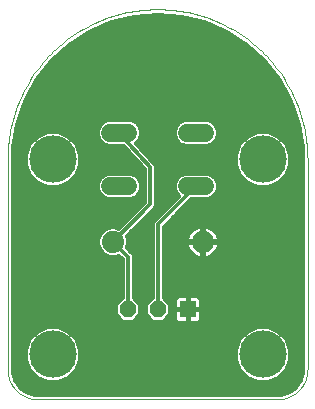
<source format=gbl>
G75*
%MOIN*%
%OFA0B0*%
%FSLAX25Y25*%
%IPPOS*%
%LPD*%
%AMOC8*
5,1,8,0,0,1.08239X$1,22.5*
%
%ADD10C,0.06000*%
%ADD11OC8,0.05600*%
%ADD12R,0.05600X0.05600*%
%ADD13C,0.00000*%
%ADD14C,0.15811*%
%ADD15C,0.07400*%
%ADD16C,0.01200*%
%ADD17C,0.01600*%
D10*
X0041000Y0095106D02*
X0047000Y0095106D01*
X0047000Y0112906D02*
X0041000Y0112906D01*
X0066600Y0112906D02*
X0072600Y0112906D01*
X0072600Y0095106D02*
X0066600Y0095106D01*
D11*
X0056800Y0054006D03*
X0046800Y0054006D03*
D12*
X0066800Y0054006D03*
D13*
X0096800Y0024006D02*
X0016800Y0024006D01*
X0016558Y0024009D01*
X0016317Y0024018D01*
X0016076Y0024032D01*
X0015835Y0024053D01*
X0015595Y0024079D01*
X0015355Y0024111D01*
X0015116Y0024149D01*
X0014879Y0024192D01*
X0014642Y0024242D01*
X0014407Y0024297D01*
X0014173Y0024357D01*
X0013941Y0024424D01*
X0013710Y0024495D01*
X0013481Y0024573D01*
X0013254Y0024656D01*
X0013029Y0024744D01*
X0012806Y0024838D01*
X0012586Y0024937D01*
X0012368Y0025042D01*
X0012153Y0025151D01*
X0011940Y0025266D01*
X0011730Y0025386D01*
X0011524Y0025511D01*
X0011320Y0025641D01*
X0011119Y0025776D01*
X0010922Y0025916D01*
X0010728Y0026060D01*
X0010538Y0026209D01*
X0010352Y0026363D01*
X0010169Y0026521D01*
X0009990Y0026683D01*
X0009815Y0026850D01*
X0009644Y0027021D01*
X0009477Y0027196D01*
X0009315Y0027375D01*
X0009157Y0027558D01*
X0009003Y0027744D01*
X0008854Y0027934D01*
X0008710Y0028128D01*
X0008570Y0028325D01*
X0008435Y0028526D01*
X0008305Y0028730D01*
X0008180Y0028936D01*
X0008060Y0029146D01*
X0007945Y0029359D01*
X0007836Y0029574D01*
X0007731Y0029792D01*
X0007632Y0030012D01*
X0007538Y0030235D01*
X0007450Y0030460D01*
X0007367Y0030687D01*
X0007289Y0030916D01*
X0007218Y0031147D01*
X0007151Y0031379D01*
X0007091Y0031613D01*
X0007036Y0031848D01*
X0006986Y0032085D01*
X0006943Y0032322D01*
X0006905Y0032561D01*
X0006873Y0032801D01*
X0006847Y0033041D01*
X0006826Y0033282D01*
X0006812Y0033523D01*
X0006803Y0033764D01*
X0006800Y0034006D01*
X0006800Y0104006D01*
X0006815Y0105224D01*
X0006859Y0106440D01*
X0006933Y0107656D01*
X0007037Y0108869D01*
X0007170Y0110079D01*
X0007333Y0111286D01*
X0007525Y0112488D01*
X0007746Y0113686D01*
X0007996Y0114878D01*
X0008275Y0116063D01*
X0008583Y0117241D01*
X0008920Y0118411D01*
X0009285Y0119573D01*
X0009678Y0120725D01*
X0010099Y0121868D01*
X0010548Y0122999D01*
X0011024Y0124120D01*
X0011528Y0125229D01*
X0012058Y0126325D01*
X0012615Y0127408D01*
X0013198Y0128477D01*
X0013806Y0129531D01*
X0014441Y0130571D01*
X0015100Y0131594D01*
X0015784Y0132602D01*
X0016493Y0133592D01*
X0017225Y0134565D01*
X0017981Y0135519D01*
X0018760Y0136455D01*
X0019561Y0137372D01*
X0020385Y0138269D01*
X0021230Y0139145D01*
X0022096Y0140001D01*
X0022983Y0140836D01*
X0023890Y0141648D01*
X0024816Y0142438D01*
X0025762Y0143206D01*
X0026725Y0143950D01*
X0027707Y0144670D01*
X0028706Y0145367D01*
X0029721Y0146039D01*
X0030753Y0146686D01*
X0031800Y0147307D01*
X0032862Y0147903D01*
X0033938Y0148473D01*
X0035027Y0149017D01*
X0036130Y0149533D01*
X0037245Y0150023D01*
X0038371Y0150486D01*
X0039508Y0150921D01*
X0040656Y0151328D01*
X0041813Y0151707D01*
X0042979Y0152058D01*
X0044153Y0152380D01*
X0045335Y0152674D01*
X0046524Y0152939D01*
X0047718Y0153174D01*
X0048918Y0153381D01*
X0050123Y0153558D01*
X0051331Y0153706D01*
X0052543Y0153824D01*
X0053758Y0153913D01*
X0054974Y0153973D01*
X0056191Y0154002D01*
X0057409Y0154002D01*
X0058626Y0153973D01*
X0059842Y0153913D01*
X0061057Y0153824D01*
X0062269Y0153706D01*
X0063477Y0153558D01*
X0064682Y0153381D01*
X0065882Y0153174D01*
X0067076Y0152939D01*
X0068265Y0152674D01*
X0069447Y0152380D01*
X0070621Y0152058D01*
X0071787Y0151707D01*
X0072944Y0151328D01*
X0074092Y0150921D01*
X0075229Y0150486D01*
X0076355Y0150023D01*
X0077470Y0149533D01*
X0078573Y0149017D01*
X0079662Y0148473D01*
X0080738Y0147903D01*
X0081800Y0147307D01*
X0082847Y0146686D01*
X0083879Y0146039D01*
X0084894Y0145367D01*
X0085893Y0144670D01*
X0086875Y0143950D01*
X0087838Y0143206D01*
X0088784Y0142438D01*
X0089710Y0141648D01*
X0090617Y0140836D01*
X0091504Y0140001D01*
X0092370Y0139145D01*
X0093215Y0138269D01*
X0094039Y0137372D01*
X0094840Y0136455D01*
X0095619Y0135519D01*
X0096375Y0134565D01*
X0097107Y0133592D01*
X0097816Y0132602D01*
X0098500Y0131594D01*
X0099159Y0130571D01*
X0099794Y0129531D01*
X0100402Y0128477D01*
X0100985Y0127408D01*
X0101542Y0126325D01*
X0102072Y0125229D01*
X0102576Y0124120D01*
X0103052Y0122999D01*
X0103501Y0121868D01*
X0103922Y0120725D01*
X0104315Y0119573D01*
X0104680Y0118411D01*
X0105017Y0117241D01*
X0105325Y0116063D01*
X0105604Y0114878D01*
X0105854Y0113686D01*
X0106075Y0112488D01*
X0106267Y0111286D01*
X0106430Y0110079D01*
X0106563Y0108869D01*
X0106667Y0107656D01*
X0106741Y0106440D01*
X0106785Y0105224D01*
X0106800Y0104006D01*
X0106800Y0034006D01*
X0106797Y0033764D01*
X0106788Y0033523D01*
X0106774Y0033282D01*
X0106753Y0033041D01*
X0106727Y0032801D01*
X0106695Y0032561D01*
X0106657Y0032322D01*
X0106614Y0032085D01*
X0106564Y0031848D01*
X0106509Y0031613D01*
X0106449Y0031379D01*
X0106382Y0031147D01*
X0106311Y0030916D01*
X0106233Y0030687D01*
X0106150Y0030460D01*
X0106062Y0030235D01*
X0105968Y0030012D01*
X0105869Y0029792D01*
X0105764Y0029574D01*
X0105655Y0029359D01*
X0105540Y0029146D01*
X0105420Y0028936D01*
X0105295Y0028730D01*
X0105165Y0028526D01*
X0105030Y0028325D01*
X0104890Y0028128D01*
X0104746Y0027934D01*
X0104597Y0027744D01*
X0104443Y0027558D01*
X0104285Y0027375D01*
X0104123Y0027196D01*
X0103956Y0027021D01*
X0103785Y0026850D01*
X0103610Y0026683D01*
X0103431Y0026521D01*
X0103248Y0026363D01*
X0103062Y0026209D01*
X0102872Y0026060D01*
X0102678Y0025916D01*
X0102481Y0025776D01*
X0102280Y0025641D01*
X0102076Y0025511D01*
X0101870Y0025386D01*
X0101660Y0025266D01*
X0101447Y0025151D01*
X0101232Y0025042D01*
X0101014Y0024937D01*
X0100794Y0024838D01*
X0100571Y0024744D01*
X0100346Y0024656D01*
X0100119Y0024573D01*
X0099890Y0024495D01*
X0099659Y0024424D01*
X0099427Y0024357D01*
X0099193Y0024297D01*
X0098958Y0024242D01*
X0098721Y0024192D01*
X0098484Y0024149D01*
X0098245Y0024111D01*
X0098005Y0024079D01*
X0097765Y0024053D01*
X0097524Y0024032D01*
X0097283Y0024018D01*
X0097042Y0024009D01*
X0096800Y0024006D01*
D14*
X0091800Y0039006D03*
X0091800Y0104006D03*
X0021800Y0104006D03*
X0021800Y0039006D03*
D15*
X0041800Y0076506D03*
X0071800Y0076506D03*
D16*
X0056800Y0082306D02*
X0069600Y0095106D01*
X0056800Y0082306D02*
X0056800Y0054006D01*
X0046800Y0054006D02*
X0046800Y0071506D01*
X0041800Y0076506D01*
X0054300Y0089006D01*
X0054300Y0101506D01*
X0044000Y0112906D01*
D17*
X0045280Y0108506D02*
X0040125Y0108506D01*
X0038508Y0109176D01*
X0037270Y0110413D01*
X0036600Y0112031D01*
X0036600Y0113781D01*
X0037270Y0115398D01*
X0038508Y0116636D01*
X0040125Y0117306D01*
X0047875Y0117306D01*
X0049492Y0116636D01*
X0050730Y0115398D01*
X0051400Y0113781D01*
X0051400Y0112031D01*
X0050730Y0110413D01*
X0049794Y0109477D01*
X0055750Y0102884D01*
X0056300Y0102334D01*
X0056300Y0102276D01*
X0056339Y0102232D01*
X0056300Y0101455D01*
X0056300Y0088177D01*
X0046532Y0078409D01*
X0046900Y0077520D01*
X0046900Y0075491D01*
X0046532Y0074603D01*
X0048800Y0072334D01*
X0048800Y0057946D01*
X0051000Y0055746D01*
X0051000Y0052266D01*
X0048540Y0049806D01*
X0045060Y0049806D01*
X0042600Y0052266D01*
X0042600Y0055746D01*
X0044800Y0057946D01*
X0044800Y0070677D01*
X0043703Y0071774D01*
X0042814Y0071406D01*
X0040786Y0071406D01*
X0038911Y0072182D01*
X0037476Y0073617D01*
X0036700Y0075491D01*
X0036700Y0077520D01*
X0037476Y0079395D01*
X0038911Y0080829D01*
X0040786Y0081606D01*
X0042814Y0081606D01*
X0043703Y0081238D01*
X0052300Y0089834D01*
X0052300Y0100736D01*
X0045280Y0108506D01*
X0046525Y0107128D02*
X0030579Y0107128D01*
X0031105Y0105857D02*
X0029689Y0109277D01*
X0027071Y0111895D01*
X0023651Y0113311D01*
X0019949Y0113311D01*
X0016529Y0111895D01*
X0013911Y0109277D01*
X0012494Y0105857D01*
X0012494Y0102155D01*
X0013911Y0098735D01*
X0016529Y0096117D01*
X0019949Y0094700D01*
X0023651Y0094700D01*
X0027071Y0096117D01*
X0029689Y0098735D01*
X0031105Y0102155D01*
X0031105Y0105857D01*
X0031105Y0105530D02*
X0047969Y0105530D01*
X0049413Y0103931D02*
X0031105Y0103931D01*
X0031105Y0102333D02*
X0050857Y0102333D01*
X0052300Y0100734D02*
X0030517Y0100734D01*
X0029855Y0099136D02*
X0039232Y0099136D01*
X0038508Y0098836D02*
X0037270Y0097598D01*
X0036600Y0095981D01*
X0036600Y0094231D01*
X0037270Y0092613D01*
X0038508Y0091376D01*
X0040125Y0090706D01*
X0047875Y0090706D01*
X0049492Y0091376D01*
X0050730Y0092613D01*
X0051400Y0094231D01*
X0051400Y0095981D01*
X0050730Y0097598D01*
X0049492Y0098836D01*
X0047875Y0099506D01*
X0040125Y0099506D01*
X0038508Y0098836D01*
X0037245Y0097537D02*
X0028491Y0097537D01*
X0026641Y0095939D02*
X0036600Y0095939D01*
X0036600Y0094340D02*
X0008600Y0094340D01*
X0008600Y0092742D02*
X0037217Y0092742D01*
X0039069Y0091143D02*
X0008600Y0091143D01*
X0008600Y0089545D02*
X0052011Y0089545D01*
X0052300Y0091143D02*
X0048931Y0091143D01*
X0050783Y0092742D02*
X0052300Y0092742D01*
X0052300Y0094340D02*
X0051400Y0094340D01*
X0051400Y0095939D02*
X0052300Y0095939D01*
X0052300Y0097537D02*
X0050755Y0097537D01*
X0052300Y0099136D02*
X0048768Y0099136D01*
X0053360Y0105530D02*
X0082494Y0105530D01*
X0082494Y0105857D02*
X0082494Y0102155D01*
X0083911Y0098735D01*
X0086529Y0096117D01*
X0089949Y0094700D01*
X0093651Y0094700D01*
X0097071Y0096117D01*
X0099689Y0098735D01*
X0101105Y0102155D01*
X0101105Y0105857D01*
X0099689Y0109277D01*
X0097071Y0111895D01*
X0093651Y0113311D01*
X0089949Y0113311D01*
X0086529Y0111895D01*
X0083911Y0109277D01*
X0082494Y0105857D01*
X0083021Y0107128D02*
X0051915Y0107128D01*
X0050471Y0108727D02*
X0065191Y0108727D01*
X0065725Y0108506D02*
X0064108Y0109176D01*
X0062870Y0110413D01*
X0062200Y0112031D01*
X0062200Y0113781D01*
X0062870Y0115398D01*
X0064108Y0116636D01*
X0065725Y0117306D01*
X0073475Y0117306D01*
X0075092Y0116636D01*
X0076330Y0115398D01*
X0077000Y0113781D01*
X0077000Y0112031D01*
X0076330Y0110413D01*
X0075092Y0109176D01*
X0073475Y0108506D01*
X0065725Y0108506D01*
X0062958Y0110326D02*
X0050642Y0110326D01*
X0051356Y0111924D02*
X0062244Y0111924D01*
X0062200Y0113523D02*
X0051400Y0113523D01*
X0050845Y0115121D02*
X0062755Y0115121D01*
X0064309Y0116720D02*
X0049291Y0116720D01*
X0054804Y0103931D02*
X0082494Y0103931D01*
X0082494Y0102333D02*
X0056300Y0102333D01*
X0056300Y0100734D02*
X0083083Y0100734D01*
X0083745Y0099136D02*
X0074368Y0099136D01*
X0075092Y0098836D02*
X0073475Y0099506D01*
X0065725Y0099506D01*
X0064108Y0098836D01*
X0062870Y0097598D01*
X0062200Y0095981D01*
X0062200Y0094231D01*
X0062870Y0092613D01*
X0063575Y0091909D01*
X0054800Y0083134D01*
X0054800Y0057946D01*
X0052600Y0055746D01*
X0052600Y0052266D01*
X0055060Y0049806D01*
X0058540Y0049806D01*
X0061000Y0052266D01*
X0061000Y0055746D01*
X0058800Y0057946D01*
X0058800Y0081477D01*
X0068028Y0090706D01*
X0073475Y0090706D01*
X0075092Y0091376D01*
X0076330Y0092613D01*
X0077000Y0094231D01*
X0077000Y0095981D01*
X0076330Y0097598D01*
X0075092Y0098836D01*
X0076355Y0097537D02*
X0085109Y0097537D01*
X0086959Y0095939D02*
X0077000Y0095939D01*
X0077000Y0094340D02*
X0105000Y0094340D01*
X0105000Y0092742D02*
X0076383Y0092742D01*
X0074531Y0091143D02*
X0105000Y0091143D01*
X0105000Y0089545D02*
X0066867Y0089545D01*
X0065269Y0087946D02*
X0105000Y0087946D01*
X0105000Y0086348D02*
X0063670Y0086348D01*
X0062072Y0084749D02*
X0105000Y0084749D01*
X0105000Y0083151D02*
X0060473Y0083151D01*
X0058875Y0081552D02*
X0069589Y0081552D01*
X0069689Y0081603D02*
X0068917Y0081210D01*
X0068217Y0080701D01*
X0067605Y0080089D01*
X0067096Y0079389D01*
X0066703Y0078617D01*
X0066435Y0077794D01*
X0066300Y0076939D01*
X0066300Y0076592D01*
X0071714Y0076592D01*
X0071714Y0082006D01*
X0071367Y0082006D01*
X0070512Y0081870D01*
X0069689Y0081603D01*
X0071714Y0081552D02*
X0071886Y0081552D01*
X0071886Y0082006D02*
X0072233Y0082006D01*
X0073088Y0081870D01*
X0073911Y0081603D01*
X0074683Y0081210D01*
X0075383Y0080701D01*
X0075995Y0080089D01*
X0076504Y0079389D01*
X0076897Y0078617D01*
X0077165Y0077794D01*
X0077300Y0076939D01*
X0077300Y0076592D01*
X0071886Y0076592D01*
X0071714Y0076592D01*
X0071714Y0076420D01*
X0066300Y0076420D01*
X0066300Y0076073D01*
X0066435Y0075218D01*
X0066703Y0074395D01*
X0067096Y0073623D01*
X0067605Y0072923D01*
X0068217Y0072311D01*
X0068917Y0071802D01*
X0069689Y0071409D01*
X0070512Y0071141D01*
X0071367Y0071006D01*
X0071714Y0071006D01*
X0071714Y0076420D01*
X0071886Y0076420D01*
X0071886Y0076592D01*
X0071886Y0082006D01*
X0071886Y0079954D02*
X0071714Y0079954D01*
X0071714Y0078355D02*
X0071886Y0078355D01*
X0071886Y0076757D02*
X0071714Y0076757D01*
X0071886Y0076420D02*
X0077300Y0076420D01*
X0077300Y0076073D01*
X0077165Y0075218D01*
X0076897Y0074395D01*
X0076504Y0073623D01*
X0075995Y0072923D01*
X0075383Y0072311D01*
X0074683Y0071802D01*
X0073911Y0071409D01*
X0073088Y0071141D01*
X0072233Y0071006D01*
X0071886Y0071006D01*
X0071886Y0076420D01*
X0071886Y0075158D02*
X0071714Y0075158D01*
X0071714Y0073560D02*
X0071886Y0073560D01*
X0071886Y0071961D02*
X0071714Y0071961D01*
X0074902Y0071961D02*
X0105000Y0071961D01*
X0105000Y0070363D02*
X0058800Y0070363D01*
X0058800Y0071961D02*
X0068698Y0071961D01*
X0067142Y0073560D02*
X0058800Y0073560D01*
X0058800Y0075158D02*
X0066455Y0075158D01*
X0066300Y0076757D02*
X0058800Y0076757D01*
X0058800Y0078355D02*
X0066618Y0078355D01*
X0067507Y0079954D02*
X0058800Y0079954D01*
X0054800Y0079954D02*
X0048076Y0079954D01*
X0049675Y0081552D02*
X0054800Y0081552D01*
X0054816Y0083151D02*
X0051273Y0083151D01*
X0052872Y0084749D02*
X0056415Y0084749D01*
X0058014Y0086348D02*
X0054470Y0086348D01*
X0056069Y0087946D02*
X0059612Y0087946D01*
X0061211Y0089545D02*
X0056300Y0089545D01*
X0056300Y0091143D02*
X0062809Y0091143D01*
X0062817Y0092742D02*
X0056300Y0092742D01*
X0056300Y0094340D02*
X0062200Y0094340D01*
X0062200Y0095939D02*
X0056300Y0095939D01*
X0056300Y0097537D02*
X0062845Y0097537D01*
X0064832Y0099136D02*
X0056300Y0099136D01*
X0050412Y0087946D02*
X0008600Y0087946D01*
X0008600Y0086348D02*
X0048814Y0086348D01*
X0047215Y0084749D02*
X0008600Y0084749D01*
X0008600Y0083151D02*
X0045617Y0083151D01*
X0044018Y0081552D02*
X0042944Y0081552D01*
X0040656Y0081552D02*
X0008600Y0081552D01*
X0008600Y0079954D02*
X0038035Y0079954D01*
X0037046Y0078355D02*
X0008600Y0078355D01*
X0008600Y0076757D02*
X0036700Y0076757D01*
X0036838Y0075158D02*
X0008600Y0075158D01*
X0008600Y0073560D02*
X0037534Y0073560D01*
X0039445Y0071961D02*
X0008600Y0071961D01*
X0008600Y0070363D02*
X0044800Y0070363D01*
X0044800Y0068764D02*
X0008600Y0068764D01*
X0008600Y0067166D02*
X0044800Y0067166D01*
X0044800Y0065567D02*
X0008600Y0065567D01*
X0008600Y0063969D02*
X0044800Y0063969D01*
X0044800Y0062370D02*
X0008600Y0062370D01*
X0008600Y0060772D02*
X0044800Y0060772D01*
X0044800Y0059173D02*
X0008600Y0059173D01*
X0008600Y0057575D02*
X0044429Y0057575D01*
X0042831Y0055976D02*
X0008600Y0055976D01*
X0008600Y0054378D02*
X0042600Y0054378D01*
X0042600Y0052779D02*
X0008600Y0052779D01*
X0008600Y0051181D02*
X0043686Y0051181D01*
X0049914Y0051181D02*
X0053686Y0051181D01*
X0052600Y0052779D02*
X0051000Y0052779D01*
X0051000Y0054378D02*
X0052600Y0054378D01*
X0052831Y0055976D02*
X0050769Y0055976D01*
X0049171Y0057575D02*
X0054429Y0057575D01*
X0054800Y0059173D02*
X0048800Y0059173D01*
X0048800Y0060772D02*
X0054800Y0060772D01*
X0054800Y0062370D02*
X0048800Y0062370D01*
X0048800Y0063969D02*
X0054800Y0063969D01*
X0054800Y0065567D02*
X0048800Y0065567D01*
X0048800Y0067166D02*
X0054800Y0067166D01*
X0054800Y0068764D02*
X0048800Y0068764D01*
X0048800Y0070363D02*
X0054800Y0070363D01*
X0054800Y0071961D02*
X0048800Y0071961D01*
X0047575Y0073560D02*
X0054800Y0073560D01*
X0054800Y0075158D02*
X0046762Y0075158D01*
X0046900Y0076757D02*
X0054800Y0076757D01*
X0054800Y0078355D02*
X0046554Y0078355D01*
X0058800Y0068764D02*
X0105000Y0068764D01*
X0105000Y0067166D02*
X0058800Y0067166D01*
X0058800Y0065567D02*
X0105000Y0065567D01*
X0105000Y0063969D02*
X0058800Y0063969D01*
X0058800Y0062370D02*
X0105000Y0062370D01*
X0105000Y0060772D02*
X0058800Y0060772D01*
X0058800Y0059173D02*
X0105000Y0059173D01*
X0105000Y0057575D02*
X0071235Y0057575D01*
X0071277Y0057501D02*
X0071040Y0057911D01*
X0070705Y0058246D01*
X0070295Y0058483D01*
X0069837Y0058606D01*
X0066800Y0058606D01*
X0066800Y0054006D01*
X0066800Y0054006D01*
X0066800Y0058606D01*
X0063763Y0058606D01*
X0063305Y0058483D01*
X0062895Y0058246D01*
X0062560Y0057911D01*
X0062323Y0057501D01*
X0062200Y0057043D01*
X0062200Y0054006D01*
X0066800Y0054006D01*
X0071400Y0054006D01*
X0071400Y0057043D01*
X0071277Y0057501D01*
X0071400Y0055976D02*
X0105000Y0055976D01*
X0105000Y0054378D02*
X0071400Y0054378D01*
X0071400Y0054006D02*
X0066800Y0054006D01*
X0066800Y0054006D01*
X0066800Y0054006D01*
X0062200Y0054006D01*
X0062200Y0050969D01*
X0062323Y0050511D01*
X0062560Y0050101D01*
X0062895Y0049766D01*
X0063305Y0049529D01*
X0063763Y0049406D01*
X0066800Y0049406D01*
X0069837Y0049406D01*
X0070295Y0049529D01*
X0070705Y0049766D01*
X0071040Y0050101D01*
X0071277Y0050511D01*
X0071400Y0050969D01*
X0071400Y0054006D01*
X0071400Y0052779D02*
X0105000Y0052779D01*
X0105000Y0051181D02*
X0071400Y0051181D01*
X0070387Y0049582D02*
X0105000Y0049582D01*
X0105000Y0047984D02*
X0094442Y0047984D01*
X0093651Y0048311D02*
X0089949Y0048311D01*
X0086529Y0046895D01*
X0083911Y0044277D01*
X0082494Y0040857D01*
X0082494Y0037155D01*
X0083911Y0033735D01*
X0086529Y0031117D01*
X0089949Y0029700D01*
X0093651Y0029700D01*
X0097071Y0031117D01*
X0099689Y0033735D01*
X0101105Y0037155D01*
X0101105Y0040857D01*
X0099689Y0044277D01*
X0097071Y0046895D01*
X0093651Y0048311D01*
X0097581Y0046385D02*
X0105000Y0046385D01*
X0105000Y0044787D02*
X0099179Y0044787D01*
X0100140Y0043188D02*
X0105000Y0043188D01*
X0105000Y0041590D02*
X0100802Y0041590D01*
X0101105Y0039991D02*
X0105000Y0039991D01*
X0105000Y0038393D02*
X0101105Y0038393D01*
X0100956Y0036794D02*
X0105000Y0036794D01*
X0105000Y0035195D02*
X0100294Y0035195D01*
X0099551Y0033597D02*
X0104968Y0033597D01*
X0105000Y0034006D02*
X0104899Y0032723D01*
X0104106Y0030283D01*
X0102598Y0028208D01*
X0100523Y0026700D01*
X0098083Y0025907D01*
X0096800Y0025806D01*
X0016800Y0025806D01*
X0015517Y0025907D01*
X0013077Y0026700D01*
X0011002Y0028208D01*
X0009494Y0030283D01*
X0008701Y0032723D01*
X0008600Y0034006D01*
X0008600Y0104006D01*
X0008765Y0107986D01*
X0010075Y0115838D01*
X0012660Y0123368D01*
X0016449Y0130369D01*
X0021338Y0136651D01*
X0027195Y0142042D01*
X0033859Y0146397D01*
X0041149Y0149594D01*
X0048867Y0151549D01*
X0056800Y0152206D01*
X0064733Y0151549D01*
X0072451Y0149594D01*
X0079741Y0146397D01*
X0086405Y0142042D01*
X0092262Y0136651D01*
X0097151Y0130369D01*
X0100940Y0123368D01*
X0103525Y0115838D01*
X0104835Y0107986D01*
X0105000Y0104006D01*
X0105000Y0034006D01*
X0104664Y0031998D02*
X0097953Y0031998D01*
X0095340Y0030400D02*
X0104144Y0030400D01*
X0103030Y0028801D02*
X0010570Y0028801D01*
X0009456Y0030400D02*
X0018260Y0030400D01*
X0019949Y0029700D02*
X0023651Y0029700D01*
X0027071Y0031117D01*
X0029689Y0033735D01*
X0031105Y0037155D01*
X0031105Y0040857D01*
X0029689Y0044277D01*
X0027071Y0046895D01*
X0023651Y0048311D01*
X0019949Y0048311D01*
X0016529Y0046895D01*
X0013911Y0044277D01*
X0012494Y0040857D01*
X0012494Y0037155D01*
X0013911Y0033735D01*
X0016529Y0031117D01*
X0019949Y0029700D01*
X0015647Y0031998D02*
X0008936Y0031998D01*
X0008632Y0033597D02*
X0014049Y0033597D01*
X0013306Y0035195D02*
X0008600Y0035195D01*
X0008600Y0036794D02*
X0012644Y0036794D01*
X0012494Y0038393D02*
X0008600Y0038393D01*
X0008600Y0039991D02*
X0012494Y0039991D01*
X0012798Y0041590D02*
X0008600Y0041590D01*
X0008600Y0043188D02*
X0013460Y0043188D01*
X0014421Y0044787D02*
X0008600Y0044787D01*
X0008600Y0046385D02*
X0016019Y0046385D01*
X0019158Y0047984D02*
X0008600Y0047984D01*
X0008600Y0049582D02*
X0063213Y0049582D01*
X0062200Y0051181D02*
X0059914Y0051181D01*
X0061000Y0052779D02*
X0062200Y0052779D01*
X0062200Y0054378D02*
X0061000Y0054378D01*
X0060769Y0055976D02*
X0062200Y0055976D01*
X0062365Y0057575D02*
X0059171Y0057575D01*
X0066800Y0057575D02*
X0066800Y0057575D01*
X0066800Y0055976D02*
X0066800Y0055976D01*
X0066800Y0054378D02*
X0066800Y0054378D01*
X0066800Y0054006D02*
X0066800Y0049406D01*
X0066800Y0054006D01*
X0066800Y0054006D01*
X0066800Y0052779D02*
X0066800Y0052779D01*
X0066800Y0051181D02*
X0066800Y0051181D01*
X0066800Y0049582D02*
X0066800Y0049582D01*
X0082798Y0041590D02*
X0030802Y0041590D01*
X0031105Y0039991D02*
X0082494Y0039991D01*
X0082494Y0038393D02*
X0031105Y0038393D01*
X0030956Y0036794D02*
X0082644Y0036794D01*
X0083306Y0035195D02*
X0030294Y0035195D01*
X0029551Y0033597D02*
X0084049Y0033597D01*
X0085647Y0031998D02*
X0027953Y0031998D01*
X0025340Y0030400D02*
X0088260Y0030400D01*
X0083460Y0043188D02*
X0030140Y0043188D01*
X0029179Y0044787D02*
X0084421Y0044787D01*
X0086019Y0046385D02*
X0027581Y0046385D01*
X0024442Y0047984D02*
X0089158Y0047984D01*
X0101215Y0027203D02*
X0012385Y0027203D01*
X0008600Y0095939D02*
X0016959Y0095939D01*
X0015109Y0097537D02*
X0008600Y0097537D01*
X0008600Y0099136D02*
X0013745Y0099136D01*
X0013083Y0100734D02*
X0008600Y0100734D01*
X0008600Y0102333D02*
X0012494Y0102333D01*
X0012494Y0103931D02*
X0008600Y0103931D01*
X0008663Y0105530D02*
X0012494Y0105530D01*
X0013021Y0107128D02*
X0008729Y0107128D01*
X0008888Y0108727D02*
X0013683Y0108727D01*
X0014960Y0110326D02*
X0009155Y0110326D01*
X0009422Y0111924D02*
X0016600Y0111924D01*
X0010377Y0116720D02*
X0038709Y0116720D01*
X0037155Y0115121D02*
X0009955Y0115121D01*
X0009688Y0113523D02*
X0036600Y0113523D01*
X0036644Y0111924D02*
X0027000Y0111924D01*
X0028640Y0110326D02*
X0037358Y0110326D01*
X0039591Y0108727D02*
X0029917Y0108727D01*
X0015117Y0127909D02*
X0098483Y0127909D01*
X0099348Y0126311D02*
X0014252Y0126311D01*
X0013387Y0124712D02*
X0100213Y0124712D01*
X0101027Y0123114D02*
X0012573Y0123114D01*
X0012024Y0121515D02*
X0101576Y0121515D01*
X0102125Y0119917D02*
X0011475Y0119917D01*
X0010926Y0118318D02*
X0102674Y0118318D01*
X0103223Y0116720D02*
X0074891Y0116720D01*
X0076445Y0115121D02*
X0103645Y0115121D01*
X0103912Y0113523D02*
X0077000Y0113523D01*
X0076956Y0111924D02*
X0086600Y0111924D01*
X0084960Y0110326D02*
X0076242Y0110326D01*
X0074009Y0108727D02*
X0083683Y0108727D01*
X0097000Y0111924D02*
X0104178Y0111924D01*
X0104445Y0110326D02*
X0098640Y0110326D01*
X0099917Y0108727D02*
X0104712Y0108727D01*
X0104871Y0107128D02*
X0100579Y0107128D01*
X0101105Y0105530D02*
X0104937Y0105530D01*
X0105000Y0103931D02*
X0101105Y0103931D01*
X0101105Y0102333D02*
X0105000Y0102333D01*
X0105000Y0100734D02*
X0100517Y0100734D01*
X0099855Y0099136D02*
X0105000Y0099136D01*
X0105000Y0097537D02*
X0098491Y0097537D01*
X0096641Y0095939D02*
X0105000Y0095939D01*
X0105000Y0081552D02*
X0074011Y0081552D01*
X0076093Y0079954D02*
X0105000Y0079954D01*
X0105000Y0078355D02*
X0076982Y0078355D01*
X0077300Y0076757D02*
X0105000Y0076757D01*
X0105000Y0075158D02*
X0077145Y0075158D01*
X0076458Y0073560D02*
X0105000Y0073560D01*
X0097617Y0129508D02*
X0015983Y0129508D01*
X0017022Y0131106D02*
X0096578Y0131106D01*
X0095333Y0132705D02*
X0018267Y0132705D01*
X0019511Y0134303D02*
X0094089Y0134303D01*
X0092845Y0135902D02*
X0020755Y0135902D01*
X0022261Y0137500D02*
X0091339Y0137500D01*
X0089603Y0139099D02*
X0023997Y0139099D01*
X0025734Y0140697D02*
X0087866Y0140697D01*
X0086017Y0142296D02*
X0027583Y0142296D01*
X0030029Y0143894D02*
X0083571Y0143894D01*
X0081124Y0145493D02*
X0032476Y0145493D01*
X0035443Y0147091D02*
X0078157Y0147091D01*
X0074513Y0148690D02*
X0039087Y0148690D01*
X0043890Y0150288D02*
X0069710Y0150288D01*
X0060651Y0151887D02*
X0052949Y0151887D01*
M02*

</source>
